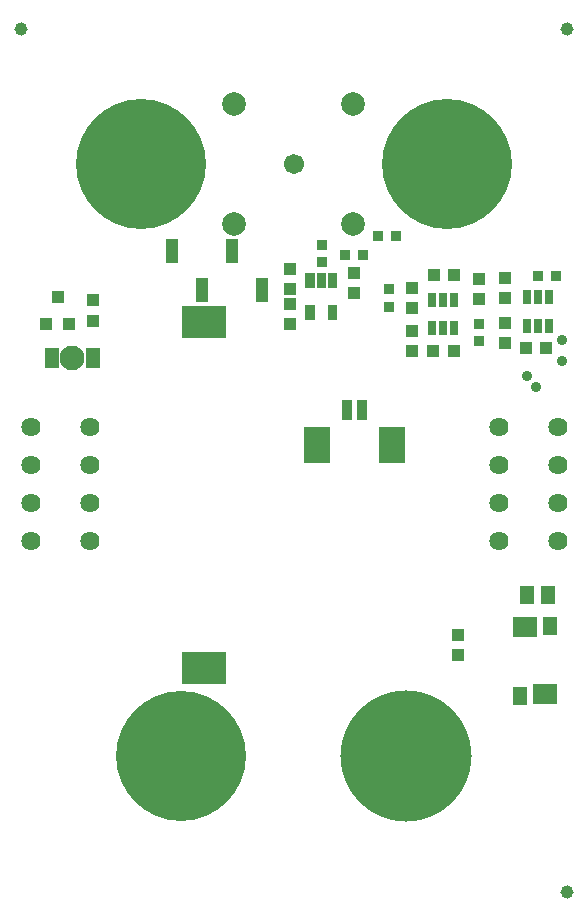
<source format=gbr>
G04 Layer_Color=16711935*
%FSLAX45Y45*%
%MOMM*%
%TF.FileFunction,Soldermask,Bot*%
%TF.Part,Single*%
G01*
G75*
%TA.AperFunction,ComponentPad*%
%ADD43C,11.00000*%
%ADD55C,1.62560*%
%TA.AperFunction,WasherPad*%
%ADD56C,2.10000*%
%ADD58C,0.10160*%
%TA.AperFunction,ComponentPad*%
%ADD59C,1.70160*%
%ADD60C,2.00160*%
%TA.AperFunction,ViaPad*%
%ADD61C,0.90160*%
%TA.AperFunction,SMDPad,CuDef*%
%ADD80R,0.90160X0.90160*%
%ADD81R,0.90160X0.90160*%
G04:AMPARAMS|DCode=82|XSize=1.1016mm|YSize=1.1016mm|CornerRadius=0.5508mm|HoleSize=0mm|Usage=FLASHONLY|Rotation=90.000|XOffset=0mm|YOffset=0mm|HoleType=Round|Shape=RoundedRectangle|*
%AMROUNDEDRECTD82*
21,1,1.10160,0.00000,0,0,90.0*
21,1,0.00000,1.10160,0,0,90.0*
1,1,1.10160,0.00000,0.00000*
1,1,1.10160,0.00000,0.00000*
1,1,1.10160,0.00000,0.00000*
1,1,1.10160,0.00000,0.00000*
%
%ADD82ROUNDEDRECTD82*%
%ADD83R,0.75160X1.20160*%
%ADD84R,3.70160X2.70160*%
%ADD85R,1.20160X1.70160*%
%ADD86R,2.20160X3.10160*%
%ADD87R,0.91160X1.70160*%
%ADD88R,1.00160X1.05160*%
%ADD89R,1.00160X1.05161*%
%ADD90R,1.00160X1.10160*%
%ADD91R,1.10160X1.00160*%
%ADD92R,1.30160X1.50160*%
%ADD93R,2.10160X1.75160*%
%ADD94R,1.25160X1.50160*%
%ADD95R,1.10160X2.01160*%
%TA.AperFunction,ComponentPad*%
%ADD96C,11.10160*%
G36*
X2861972Y5179892D02*
X2781972D01*
Y5309892D01*
X2861972D01*
Y5179892D01*
D02*
G37*
G36*
X2671972D02*
X2591972D01*
Y5309892D01*
X2671972D01*
Y5179892D01*
D02*
G37*
G36*
Y5449892D02*
X2591972D01*
Y5579892D01*
X2671972D01*
Y5449892D01*
D02*
G37*
G36*
X2861972D02*
X2781972D01*
Y5579892D01*
X2861972D01*
Y5449892D01*
D02*
G37*
G36*
X2766972D02*
X2686972D01*
Y5579892D01*
X2766972D01*
Y5449892D01*
D02*
G37*
D43*
X3786999Y6500000D02*
D03*
X1199999D02*
D03*
X1539998Y1487001D02*
D03*
D55*
X770000Y4270000D02*
D03*
Y3950000D02*
D03*
Y3630000D02*
D03*
Y3310000D02*
D03*
X270000Y3310000D02*
D03*
Y3630000D02*
D03*
Y3950000D02*
D03*
Y4270000D02*
D03*
X4730000D02*
D03*
Y3950000D02*
D03*
Y3630000D02*
D03*
Y3310000D02*
D03*
X4230000Y3310000D02*
D03*
Y3630000D02*
D03*
Y3950000D02*
D03*
Y4270000D02*
D03*
D56*
X620000Y4859999D02*
D03*
D58*
X4500002Y7499998D02*
D03*
X500000D02*
D03*
X4500002Y500002D02*
D03*
X500000D02*
D03*
D59*
X2492802Y6500572D02*
D03*
D60*
X1987802Y5995572D02*
D03*
Y7005572D02*
D03*
X2997802D02*
D03*
Y5995572D02*
D03*
D61*
X4767072Y5006086D02*
D03*
X4546854Y4608322D02*
D03*
X4469638Y4706112D02*
D03*
X4766564Y4830064D02*
D03*
D80*
X2730246Y5816670D02*
D03*
Y5666670D02*
D03*
X3301072Y5442969D02*
D03*
Y5292967D02*
D03*
X4064702Y5149320D02*
D03*
Y4999318D02*
D03*
D81*
X3356680Y5889244D02*
D03*
X3206680D02*
D03*
X4710589Y5551204D02*
D03*
X4560587D02*
D03*
X3078226Y5732526D02*
D03*
X2928224D02*
D03*
D82*
X180001Y7646998D02*
D03*
X4807000Y340003D02*
D03*
X4807002Y7646998D02*
D03*
D83*
X4654998Y5370000D02*
D03*
X4560002D02*
D03*
X4465001D02*
D03*
Y5130001D02*
D03*
X4560002D02*
D03*
X4654998D02*
D03*
X3852226Y5347968D02*
D03*
X3757225D02*
D03*
X3662224D02*
D03*
Y5107969D02*
D03*
X3757225D02*
D03*
X3852226D02*
D03*
D84*
X1731518Y5161895D02*
D03*
Y2231898D02*
D03*
D85*
X444999Y4859999D02*
D03*
X795001D02*
D03*
D86*
X3324082Y4125282D02*
D03*
X2689082D02*
D03*
D87*
X3069082Y4415282D02*
D03*
X2944082D02*
D03*
D88*
X495002Y5377498D02*
D03*
X590003Y5142503D02*
D03*
D89*
X400000Y5142497D02*
D03*
D90*
X3683598Y5563108D02*
D03*
X3853598D02*
D03*
X4462045Y4938261D02*
D03*
X4632047D02*
D03*
X3846068Y4912868D02*
D03*
X3676066D02*
D03*
D91*
X3491074Y4912968D02*
D03*
Y5082970D02*
D03*
X3491074Y5452968D02*
D03*
Y5282968D02*
D03*
X4281334Y4985002D02*
D03*
Y5154999D02*
D03*
X3004312Y5578676D02*
D03*
Y5408676D02*
D03*
X2458482Y5443084D02*
D03*
Y5613084D02*
D03*
X2458483Y5143082D02*
D03*
Y5313084D02*
D03*
X4064702Y5529411D02*
D03*
Y5359413D02*
D03*
X795001Y5345002D02*
D03*
Y5174999D02*
D03*
X4281334Y5365001D02*
D03*
Y5534999D02*
D03*
X3879999Y2345002D02*
D03*
Y2515000D02*
D03*
D92*
X4650000Y2850000D02*
D03*
X4470000D02*
D03*
D93*
X4620002Y2010002D02*
D03*
X4450000Y2579998D02*
D03*
D94*
X4410000Y1999999D02*
D03*
X4660002Y2590001D02*
D03*
D95*
X1462024Y5766124D02*
D03*
X1716024Y5437124D02*
D03*
X1970024Y5766124D02*
D03*
X2224024Y5437124D02*
D03*
D96*
X3439999Y1487001D02*
D03*
%TF.MD5,e2c9b03cd3948a5a160c8bf53c155fe2*%
M02*

</source>
